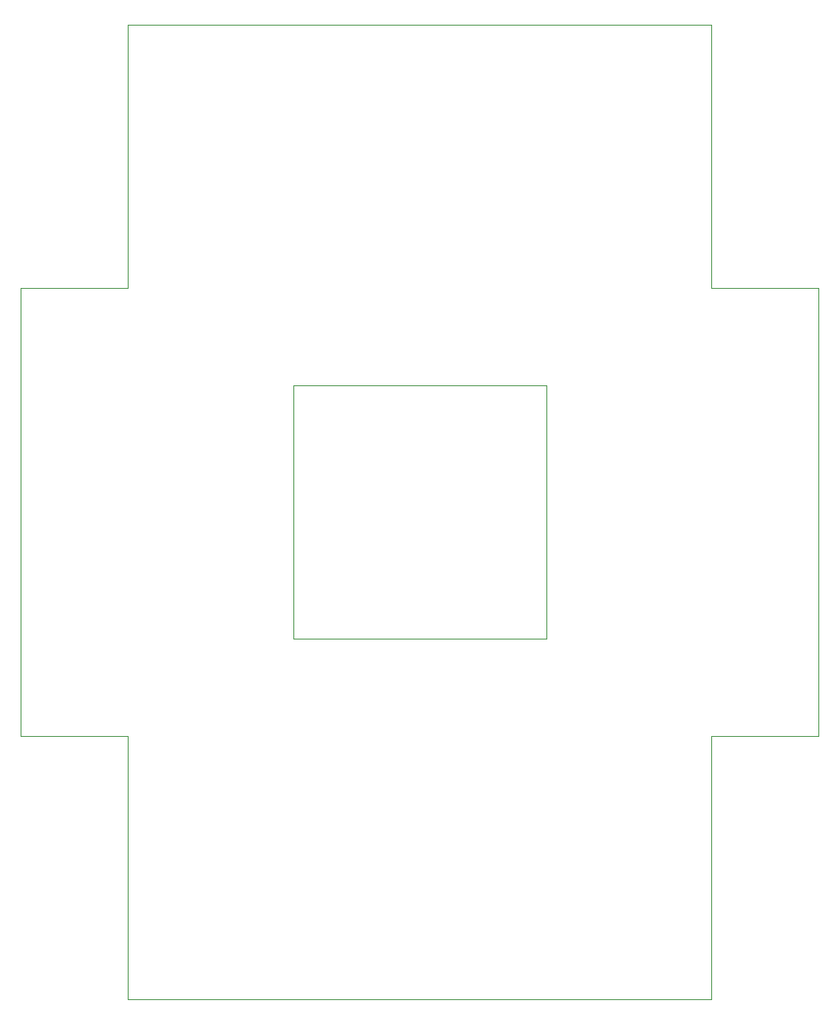
<source format=gbr>
%TF.GenerationSoftware,KiCad,Pcbnew,7.0.2*%
%TF.CreationDate,2023-10-10T18:20:49-06:00*%
%TF.ProjectId,igloo30,69676c6f-6f33-4302-9e6b-696361645f70,rev?*%
%TF.SameCoordinates,Original*%
%TF.FileFunction,Profile,NP*%
%FSLAX46Y46*%
G04 Gerber Fmt 4.6, Leading zero omitted, Abs format (unit mm)*
G04 Created by KiCad (PCBNEW 7.0.2) date 2023-10-10 18:20:49*
%MOMM*%
%LPD*%
G01*
G04 APERTURE LIST*
%TA.AperFunction,Profile*%
%ADD10C,0.100000*%
%TD*%
G04 APERTURE END LIST*
D10*
X41000000Y-23000000D02*
X30000000Y-23000000D01*
X-41000026Y23000000D02*
X-30000026Y23000000D01*
X29999987Y50002500D02*
X-30000013Y50002500D01*
X29999987Y-49997500D02*
X-30000013Y-49997500D01*
X30000000Y-23000000D02*
X29999987Y-49997500D01*
X-13000000Y13000000D02*
X13000000Y13000000D01*
X13000000Y-13000000D01*
X-13000000Y-13000000D01*
X-13000000Y13000000D01*
X30000000Y23000000D02*
X29999987Y50002500D01*
X-41000026Y-23000000D02*
X-41000026Y23000000D01*
X-41000026Y-23000000D02*
X-30000026Y-23000000D01*
X41000000Y23000000D02*
X41000000Y-23000000D01*
X41000000Y23000000D02*
X30000000Y23000000D01*
X-30000026Y23000000D02*
X-30000013Y50002500D01*
X-30000026Y-23000000D02*
X-30000013Y-49997500D01*
M02*

</source>
